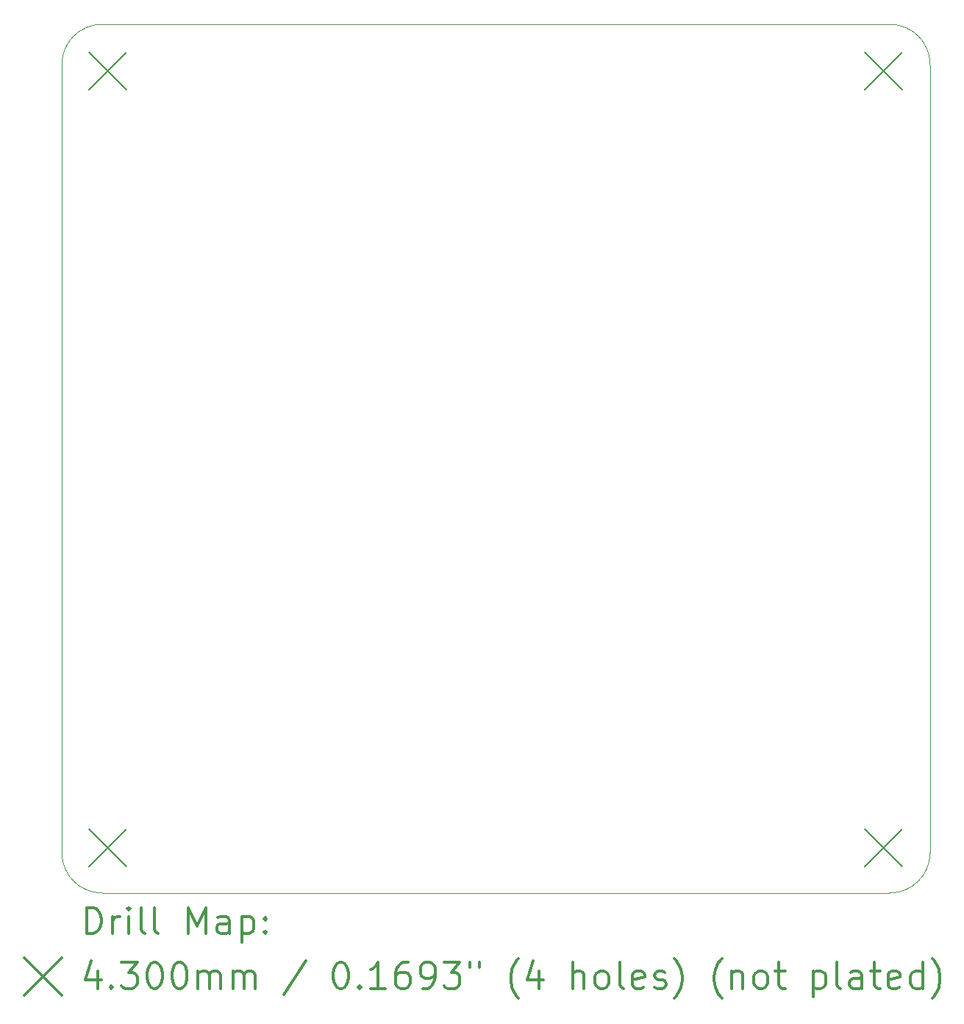
<source format=gbr>
%FSLAX45Y45*%
G04 Gerber Fmt 4.5, Leading zero omitted, Abs format (unit mm)*
G04 Created by KiCad (PCBNEW (5.1.10-1-10_14)) date 2021-09-10 00:56:40*
%MOMM*%
%LPD*%
G01*
G04 APERTURE LIST*
%TA.AperFunction,Profile*%
%ADD10C,0.050000*%
%TD*%
%ADD11C,0.200000*%
%ADD12C,0.300000*%
G04 APERTURE END LIST*
D10*
X5699040Y-14482600D02*
X14771920Y-14482600D01*
X15234200Y-14020320D02*
X15234200Y-4947440D01*
X14771920Y-4485160D02*
X5699040Y-4485160D01*
X5236760Y-4947440D02*
G75*
G02*
X5699040Y-4485160I462280J0D01*
G01*
X5699040Y-14482600D02*
G75*
G02*
X5236760Y-14020320I0J462280D01*
G01*
X15234200Y-14020320D02*
G75*
G02*
X14771920Y-14482600I-462280J0D01*
G01*
X14771920Y-4485160D02*
G75*
G02*
X15234200Y-4947440I0J-462280D01*
G01*
X5236760Y-4947440D02*
X5236760Y-14020320D01*
D11*
X5550800Y-4809120D02*
X5980800Y-5239120D01*
X5980800Y-4809120D02*
X5550800Y-5239120D01*
X5550800Y-13744840D02*
X5980800Y-14174840D01*
X5980800Y-13744840D02*
X5550800Y-14174840D01*
X14481440Y-4809120D02*
X14911440Y-5239120D01*
X14911440Y-4809120D02*
X14481440Y-5239120D01*
X14481440Y-13744840D02*
X14911440Y-14174840D01*
X14911440Y-13744840D02*
X14481440Y-14174840D01*
D12*
X5520688Y-14950814D02*
X5520688Y-14650814D01*
X5592117Y-14650814D01*
X5634974Y-14665100D01*
X5663546Y-14693671D01*
X5677831Y-14722243D01*
X5692117Y-14779386D01*
X5692117Y-14822243D01*
X5677831Y-14879386D01*
X5663546Y-14907957D01*
X5634974Y-14936529D01*
X5592117Y-14950814D01*
X5520688Y-14950814D01*
X5820688Y-14950814D02*
X5820688Y-14750814D01*
X5820688Y-14807957D02*
X5834974Y-14779386D01*
X5849260Y-14765100D01*
X5877831Y-14750814D01*
X5906403Y-14750814D01*
X6006403Y-14950814D02*
X6006403Y-14750814D01*
X6006403Y-14650814D02*
X5992117Y-14665100D01*
X6006403Y-14679386D01*
X6020688Y-14665100D01*
X6006403Y-14650814D01*
X6006403Y-14679386D01*
X6192117Y-14950814D02*
X6163546Y-14936529D01*
X6149260Y-14907957D01*
X6149260Y-14650814D01*
X6349260Y-14950814D02*
X6320688Y-14936529D01*
X6306403Y-14907957D01*
X6306403Y-14650814D01*
X6692117Y-14950814D02*
X6692117Y-14650814D01*
X6792117Y-14865100D01*
X6892117Y-14650814D01*
X6892117Y-14950814D01*
X7163546Y-14950814D02*
X7163546Y-14793671D01*
X7149260Y-14765100D01*
X7120688Y-14750814D01*
X7063546Y-14750814D01*
X7034974Y-14765100D01*
X7163546Y-14936529D02*
X7134974Y-14950814D01*
X7063546Y-14950814D01*
X7034974Y-14936529D01*
X7020688Y-14907957D01*
X7020688Y-14879386D01*
X7034974Y-14850814D01*
X7063546Y-14836529D01*
X7134974Y-14836529D01*
X7163546Y-14822243D01*
X7306403Y-14750814D02*
X7306403Y-15050814D01*
X7306403Y-14765100D02*
X7334974Y-14750814D01*
X7392117Y-14750814D01*
X7420688Y-14765100D01*
X7434974Y-14779386D01*
X7449260Y-14807957D01*
X7449260Y-14893671D01*
X7434974Y-14922243D01*
X7420688Y-14936529D01*
X7392117Y-14950814D01*
X7334974Y-14950814D01*
X7306403Y-14936529D01*
X7577831Y-14922243D02*
X7592117Y-14936529D01*
X7577831Y-14950814D01*
X7563546Y-14936529D01*
X7577831Y-14922243D01*
X7577831Y-14950814D01*
X7577831Y-14765100D02*
X7592117Y-14779386D01*
X7577831Y-14793671D01*
X7563546Y-14779386D01*
X7577831Y-14765100D01*
X7577831Y-14793671D01*
X4804260Y-15230100D02*
X5234260Y-15660100D01*
X5234260Y-15230100D02*
X4804260Y-15660100D01*
X5649260Y-15380814D02*
X5649260Y-15580814D01*
X5577831Y-15266529D02*
X5506403Y-15480814D01*
X5692117Y-15480814D01*
X5806403Y-15552243D02*
X5820688Y-15566529D01*
X5806403Y-15580814D01*
X5792117Y-15566529D01*
X5806403Y-15552243D01*
X5806403Y-15580814D01*
X5920688Y-15280814D02*
X6106403Y-15280814D01*
X6006403Y-15395100D01*
X6049260Y-15395100D01*
X6077831Y-15409386D01*
X6092117Y-15423671D01*
X6106403Y-15452243D01*
X6106403Y-15523671D01*
X6092117Y-15552243D01*
X6077831Y-15566529D01*
X6049260Y-15580814D01*
X5963546Y-15580814D01*
X5934974Y-15566529D01*
X5920688Y-15552243D01*
X6292117Y-15280814D02*
X6320688Y-15280814D01*
X6349260Y-15295100D01*
X6363546Y-15309386D01*
X6377831Y-15337957D01*
X6392117Y-15395100D01*
X6392117Y-15466529D01*
X6377831Y-15523671D01*
X6363546Y-15552243D01*
X6349260Y-15566529D01*
X6320688Y-15580814D01*
X6292117Y-15580814D01*
X6263546Y-15566529D01*
X6249260Y-15552243D01*
X6234974Y-15523671D01*
X6220688Y-15466529D01*
X6220688Y-15395100D01*
X6234974Y-15337957D01*
X6249260Y-15309386D01*
X6263546Y-15295100D01*
X6292117Y-15280814D01*
X6577831Y-15280814D02*
X6606403Y-15280814D01*
X6634974Y-15295100D01*
X6649260Y-15309386D01*
X6663546Y-15337957D01*
X6677831Y-15395100D01*
X6677831Y-15466529D01*
X6663546Y-15523671D01*
X6649260Y-15552243D01*
X6634974Y-15566529D01*
X6606403Y-15580814D01*
X6577831Y-15580814D01*
X6549260Y-15566529D01*
X6534974Y-15552243D01*
X6520688Y-15523671D01*
X6506403Y-15466529D01*
X6506403Y-15395100D01*
X6520688Y-15337957D01*
X6534974Y-15309386D01*
X6549260Y-15295100D01*
X6577831Y-15280814D01*
X6806403Y-15580814D02*
X6806403Y-15380814D01*
X6806403Y-15409386D02*
X6820688Y-15395100D01*
X6849260Y-15380814D01*
X6892117Y-15380814D01*
X6920688Y-15395100D01*
X6934974Y-15423671D01*
X6934974Y-15580814D01*
X6934974Y-15423671D02*
X6949260Y-15395100D01*
X6977831Y-15380814D01*
X7020688Y-15380814D01*
X7049260Y-15395100D01*
X7063546Y-15423671D01*
X7063546Y-15580814D01*
X7206403Y-15580814D02*
X7206403Y-15380814D01*
X7206403Y-15409386D02*
X7220688Y-15395100D01*
X7249260Y-15380814D01*
X7292117Y-15380814D01*
X7320688Y-15395100D01*
X7334974Y-15423671D01*
X7334974Y-15580814D01*
X7334974Y-15423671D02*
X7349260Y-15395100D01*
X7377831Y-15380814D01*
X7420688Y-15380814D01*
X7449260Y-15395100D01*
X7463546Y-15423671D01*
X7463546Y-15580814D01*
X8049260Y-15266529D02*
X7792117Y-15652243D01*
X8434974Y-15280814D02*
X8463546Y-15280814D01*
X8492117Y-15295100D01*
X8506403Y-15309386D01*
X8520688Y-15337957D01*
X8534974Y-15395100D01*
X8534974Y-15466529D01*
X8520688Y-15523671D01*
X8506403Y-15552243D01*
X8492117Y-15566529D01*
X8463546Y-15580814D01*
X8434974Y-15580814D01*
X8406403Y-15566529D01*
X8392117Y-15552243D01*
X8377831Y-15523671D01*
X8363546Y-15466529D01*
X8363546Y-15395100D01*
X8377831Y-15337957D01*
X8392117Y-15309386D01*
X8406403Y-15295100D01*
X8434974Y-15280814D01*
X8663546Y-15552243D02*
X8677831Y-15566529D01*
X8663546Y-15580814D01*
X8649260Y-15566529D01*
X8663546Y-15552243D01*
X8663546Y-15580814D01*
X8963546Y-15580814D02*
X8792117Y-15580814D01*
X8877831Y-15580814D02*
X8877831Y-15280814D01*
X8849260Y-15323671D01*
X8820688Y-15352243D01*
X8792117Y-15366529D01*
X9220688Y-15280814D02*
X9163546Y-15280814D01*
X9134974Y-15295100D01*
X9120688Y-15309386D01*
X9092117Y-15352243D01*
X9077831Y-15409386D01*
X9077831Y-15523671D01*
X9092117Y-15552243D01*
X9106403Y-15566529D01*
X9134974Y-15580814D01*
X9192117Y-15580814D01*
X9220688Y-15566529D01*
X9234974Y-15552243D01*
X9249260Y-15523671D01*
X9249260Y-15452243D01*
X9234974Y-15423671D01*
X9220688Y-15409386D01*
X9192117Y-15395100D01*
X9134974Y-15395100D01*
X9106403Y-15409386D01*
X9092117Y-15423671D01*
X9077831Y-15452243D01*
X9392117Y-15580814D02*
X9449260Y-15580814D01*
X9477831Y-15566529D01*
X9492117Y-15552243D01*
X9520688Y-15509386D01*
X9534974Y-15452243D01*
X9534974Y-15337957D01*
X9520688Y-15309386D01*
X9506403Y-15295100D01*
X9477831Y-15280814D01*
X9420688Y-15280814D01*
X9392117Y-15295100D01*
X9377831Y-15309386D01*
X9363546Y-15337957D01*
X9363546Y-15409386D01*
X9377831Y-15437957D01*
X9392117Y-15452243D01*
X9420688Y-15466529D01*
X9477831Y-15466529D01*
X9506403Y-15452243D01*
X9520688Y-15437957D01*
X9534974Y-15409386D01*
X9634974Y-15280814D02*
X9820688Y-15280814D01*
X9720688Y-15395100D01*
X9763546Y-15395100D01*
X9792117Y-15409386D01*
X9806403Y-15423671D01*
X9820688Y-15452243D01*
X9820688Y-15523671D01*
X9806403Y-15552243D01*
X9792117Y-15566529D01*
X9763546Y-15580814D01*
X9677831Y-15580814D01*
X9649260Y-15566529D01*
X9634974Y-15552243D01*
X9934974Y-15280814D02*
X9934974Y-15337957D01*
X10049260Y-15280814D02*
X10049260Y-15337957D01*
X10492117Y-15695100D02*
X10477831Y-15680814D01*
X10449260Y-15637957D01*
X10434974Y-15609386D01*
X10420688Y-15566529D01*
X10406403Y-15495100D01*
X10406403Y-15437957D01*
X10420688Y-15366529D01*
X10434974Y-15323671D01*
X10449260Y-15295100D01*
X10477831Y-15252243D01*
X10492117Y-15237957D01*
X10734974Y-15380814D02*
X10734974Y-15580814D01*
X10663546Y-15266529D02*
X10592117Y-15480814D01*
X10777831Y-15480814D01*
X11120688Y-15580814D02*
X11120688Y-15280814D01*
X11249260Y-15580814D02*
X11249260Y-15423671D01*
X11234974Y-15395100D01*
X11206403Y-15380814D01*
X11163546Y-15380814D01*
X11134974Y-15395100D01*
X11120688Y-15409386D01*
X11434974Y-15580814D02*
X11406403Y-15566529D01*
X11392117Y-15552243D01*
X11377831Y-15523671D01*
X11377831Y-15437957D01*
X11392117Y-15409386D01*
X11406403Y-15395100D01*
X11434974Y-15380814D01*
X11477831Y-15380814D01*
X11506403Y-15395100D01*
X11520688Y-15409386D01*
X11534974Y-15437957D01*
X11534974Y-15523671D01*
X11520688Y-15552243D01*
X11506403Y-15566529D01*
X11477831Y-15580814D01*
X11434974Y-15580814D01*
X11706403Y-15580814D02*
X11677831Y-15566529D01*
X11663546Y-15537957D01*
X11663546Y-15280814D01*
X11934974Y-15566529D02*
X11906403Y-15580814D01*
X11849260Y-15580814D01*
X11820688Y-15566529D01*
X11806403Y-15537957D01*
X11806403Y-15423671D01*
X11820688Y-15395100D01*
X11849260Y-15380814D01*
X11906403Y-15380814D01*
X11934974Y-15395100D01*
X11949260Y-15423671D01*
X11949260Y-15452243D01*
X11806403Y-15480814D01*
X12063546Y-15566529D02*
X12092117Y-15580814D01*
X12149260Y-15580814D01*
X12177831Y-15566529D01*
X12192117Y-15537957D01*
X12192117Y-15523671D01*
X12177831Y-15495100D01*
X12149260Y-15480814D01*
X12106403Y-15480814D01*
X12077831Y-15466529D01*
X12063546Y-15437957D01*
X12063546Y-15423671D01*
X12077831Y-15395100D01*
X12106403Y-15380814D01*
X12149260Y-15380814D01*
X12177831Y-15395100D01*
X12292117Y-15695100D02*
X12306403Y-15680814D01*
X12334974Y-15637957D01*
X12349260Y-15609386D01*
X12363546Y-15566529D01*
X12377831Y-15495100D01*
X12377831Y-15437957D01*
X12363546Y-15366529D01*
X12349260Y-15323671D01*
X12334974Y-15295100D01*
X12306403Y-15252243D01*
X12292117Y-15237957D01*
X12834974Y-15695100D02*
X12820688Y-15680814D01*
X12792117Y-15637957D01*
X12777831Y-15609386D01*
X12763546Y-15566529D01*
X12749260Y-15495100D01*
X12749260Y-15437957D01*
X12763546Y-15366529D01*
X12777831Y-15323671D01*
X12792117Y-15295100D01*
X12820688Y-15252243D01*
X12834974Y-15237957D01*
X12949260Y-15380814D02*
X12949260Y-15580814D01*
X12949260Y-15409386D02*
X12963546Y-15395100D01*
X12992117Y-15380814D01*
X13034974Y-15380814D01*
X13063546Y-15395100D01*
X13077831Y-15423671D01*
X13077831Y-15580814D01*
X13263546Y-15580814D02*
X13234974Y-15566529D01*
X13220688Y-15552243D01*
X13206403Y-15523671D01*
X13206403Y-15437957D01*
X13220688Y-15409386D01*
X13234974Y-15395100D01*
X13263546Y-15380814D01*
X13306403Y-15380814D01*
X13334974Y-15395100D01*
X13349260Y-15409386D01*
X13363546Y-15437957D01*
X13363546Y-15523671D01*
X13349260Y-15552243D01*
X13334974Y-15566529D01*
X13306403Y-15580814D01*
X13263546Y-15580814D01*
X13449260Y-15380814D02*
X13563546Y-15380814D01*
X13492117Y-15280814D02*
X13492117Y-15537957D01*
X13506403Y-15566529D01*
X13534974Y-15580814D01*
X13563546Y-15580814D01*
X13892117Y-15380814D02*
X13892117Y-15680814D01*
X13892117Y-15395100D02*
X13920688Y-15380814D01*
X13977831Y-15380814D01*
X14006403Y-15395100D01*
X14020688Y-15409386D01*
X14034974Y-15437957D01*
X14034974Y-15523671D01*
X14020688Y-15552243D01*
X14006403Y-15566529D01*
X13977831Y-15580814D01*
X13920688Y-15580814D01*
X13892117Y-15566529D01*
X14206403Y-15580814D02*
X14177831Y-15566529D01*
X14163546Y-15537957D01*
X14163546Y-15280814D01*
X14449260Y-15580814D02*
X14449260Y-15423671D01*
X14434974Y-15395100D01*
X14406403Y-15380814D01*
X14349260Y-15380814D01*
X14320688Y-15395100D01*
X14449260Y-15566529D02*
X14420688Y-15580814D01*
X14349260Y-15580814D01*
X14320688Y-15566529D01*
X14306403Y-15537957D01*
X14306403Y-15509386D01*
X14320688Y-15480814D01*
X14349260Y-15466529D01*
X14420688Y-15466529D01*
X14449260Y-15452243D01*
X14549260Y-15380814D02*
X14663546Y-15380814D01*
X14592117Y-15280814D02*
X14592117Y-15537957D01*
X14606403Y-15566529D01*
X14634974Y-15580814D01*
X14663546Y-15580814D01*
X14877831Y-15566529D02*
X14849260Y-15580814D01*
X14792117Y-15580814D01*
X14763546Y-15566529D01*
X14749260Y-15537957D01*
X14749260Y-15423671D01*
X14763546Y-15395100D01*
X14792117Y-15380814D01*
X14849260Y-15380814D01*
X14877831Y-15395100D01*
X14892117Y-15423671D01*
X14892117Y-15452243D01*
X14749260Y-15480814D01*
X15149260Y-15580814D02*
X15149260Y-15280814D01*
X15149260Y-15566529D02*
X15120688Y-15580814D01*
X15063546Y-15580814D01*
X15034974Y-15566529D01*
X15020688Y-15552243D01*
X15006403Y-15523671D01*
X15006403Y-15437957D01*
X15020688Y-15409386D01*
X15034974Y-15395100D01*
X15063546Y-15380814D01*
X15120688Y-15380814D01*
X15149260Y-15395100D01*
X15263546Y-15695100D02*
X15277831Y-15680814D01*
X15306403Y-15637957D01*
X15320688Y-15609386D01*
X15334974Y-15566529D01*
X15349260Y-15495100D01*
X15349260Y-15437957D01*
X15334974Y-15366529D01*
X15320688Y-15323671D01*
X15306403Y-15295100D01*
X15277831Y-15252243D01*
X15263546Y-15237957D01*
M02*

</source>
